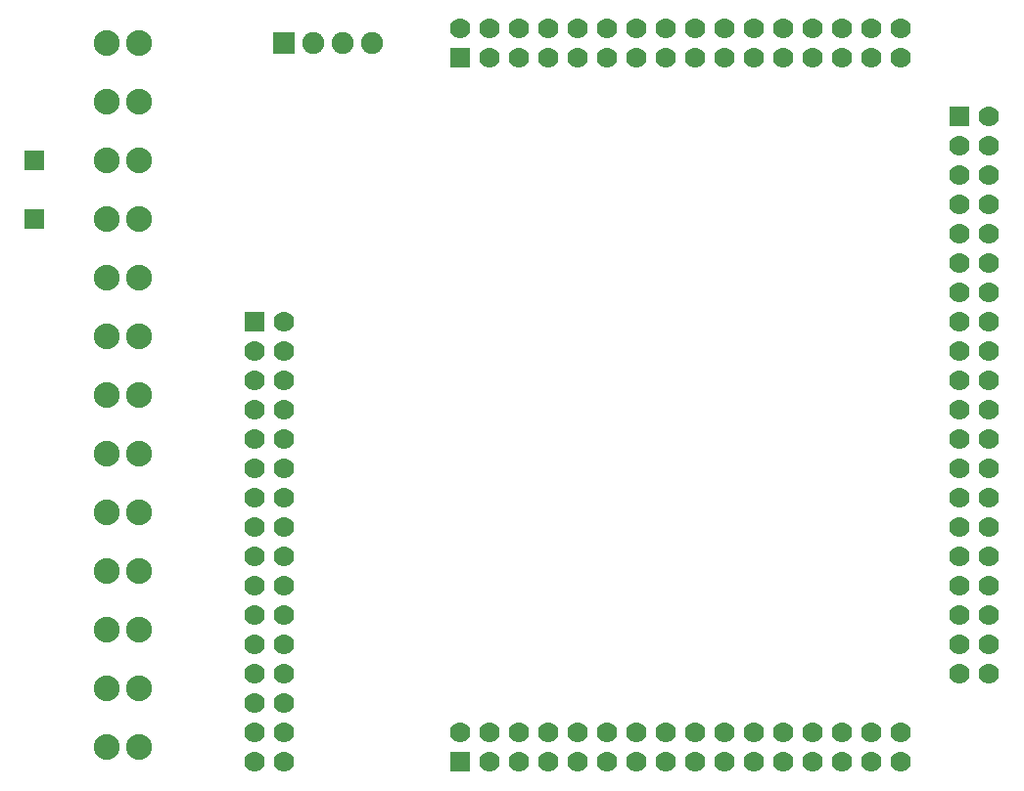
<source format=gbs>
G04 Layer: BottomSolderMaskLayer*
G04 EasyEDA v5.9.42, Mon, 25 Mar 2019 10:54:48 GMT*
G04 db78ead42679477a8d63b60b64d7050d*
G04 Gerber Generator version 0.2*
G04 Scale: 100 percent, Rotated: No, Reflected: No *
G04 Dimensions in inches *
G04 leading zeros omitted , absolute positions ,2 integer and 4 decimal *
%FSLAX24Y24*%
%MOIN*%
G90*
G70D02*

%ADD21R,0.070000X0.070000*%
%ADD22R,0.074929X0.074929*%
%ADD23C,0.074929*%
%ADD24C,0.088000*%
%ADD25C,0.070000*%

%LPD*%
G54D21*
G01X5000Y23100D03*
G01X5000Y21100D03*
G54D22*
G01X13500Y27100D03*
G54D23*
G01X14500Y27100D03*
G01X15500Y27100D03*
G01X16500Y27100D03*
G54D24*
G01X7450Y27100D03*
G01X8550Y27100D03*
G01X7450Y25100D03*
G01X8550Y25100D03*
G01X7450Y23100D03*
G01X8550Y23100D03*
G01X7450Y21100D03*
G01X8550Y21100D03*
G01X7450Y19100D03*
G01X8550Y19100D03*
G01X7450Y17100D03*
G01X8550Y17100D03*
G01X7450Y15100D03*
G01X8550Y15100D03*
G01X7450Y13100D03*
G01X8550Y13100D03*
G01X7450Y11100D03*
G01X8550Y11100D03*
G01X7450Y9100D03*
G01X8550Y9100D03*
G01X7450Y7100D03*
G01X8550Y7100D03*
G01X7450Y5100D03*
G01X8550Y5100D03*
G01X7450Y3100D03*
G01X8550Y3100D03*
G54D21*
G01X36500Y24600D03*
G54D25*
G01X37500Y24600D03*
G01X36500Y23600D03*
G01X37500Y23600D03*
G01X36500Y22600D03*
G01X37500Y22600D03*
G01X36500Y21600D03*
G01X37500Y21600D03*
G01X36500Y20600D03*
G01X37500Y20600D03*
G01X36500Y19600D03*
G01X37500Y19600D03*
G01X36500Y18600D03*
G01X37500Y18600D03*
G01X36500Y17600D03*
G01X37500Y17600D03*
G01X36500Y16600D03*
G01X37500Y16600D03*
G01X36500Y15600D03*
G01X37500Y15600D03*
G01X36500Y14600D03*
G01X37500Y14600D03*
G01X36500Y13600D03*
G01X37500Y13600D03*
G01X36500Y12600D03*
G01X37500Y12600D03*
G01X36500Y11600D03*
G01X37500Y11600D03*
G01X36500Y10600D03*
G01X37500Y10600D03*
G01X36500Y9600D03*
G01X37500Y9600D03*
G01X36500Y8600D03*
G01X37500Y8600D03*
G01X36500Y7600D03*
G01X37500Y7600D03*
G01X36500Y6600D03*
G01X37500Y6600D03*
G01X36500Y5600D03*
G01X37500Y5600D03*
G54D21*
G01X19500Y2600D03*
G54D25*
G01X19500Y3600D03*
G01X20500Y2600D03*
G01X20500Y3600D03*
G01X21500Y2600D03*
G01X21500Y3600D03*
G01X22500Y2600D03*
G01X22500Y3600D03*
G01X23500Y2600D03*
G01X23500Y3600D03*
G01X24500Y2600D03*
G01X24500Y3600D03*
G01X25500Y2600D03*
G01X25500Y3600D03*
G01X26500Y2600D03*
G01X26500Y3600D03*
G01X27500Y2600D03*
G01X27500Y3600D03*
G01X28500Y2600D03*
G01X28500Y3600D03*
G01X29500Y2600D03*
G01X29500Y3600D03*
G01X30500Y2600D03*
G01X30500Y3600D03*
G01X31500Y2600D03*
G01X31500Y3600D03*
G01X32500Y2600D03*
G01X32500Y3600D03*
G01X33500Y2600D03*
G01X33500Y3600D03*
G01X34500Y2600D03*
G01X34500Y3600D03*
G54D21*
G01X19500Y26600D03*
G54D25*
G01X19500Y27600D03*
G01X20500Y26600D03*
G01X20500Y27600D03*
G01X21500Y26600D03*
G01X21500Y27600D03*
G01X22500Y26600D03*
G01X22500Y27600D03*
G01X23500Y26600D03*
G01X23500Y27600D03*
G01X24500Y26600D03*
G01X24500Y27600D03*
G01X25500Y26600D03*
G01X25500Y27600D03*
G01X26500Y26600D03*
G01X26500Y27600D03*
G01X27500Y26600D03*
G01X27500Y27600D03*
G01X28500Y26600D03*
G01X28500Y27600D03*
G01X29500Y26600D03*
G01X29500Y27600D03*
G01X30500Y26600D03*
G01X30500Y27600D03*
G01X31500Y26600D03*
G01X31500Y27600D03*
G01X32500Y26600D03*
G01X32500Y27600D03*
G01X33500Y26600D03*
G01X33500Y27600D03*
G01X34500Y26600D03*
G01X34500Y27600D03*
G54D21*
G01X12500Y17600D03*
G54D25*
G01X13500Y17600D03*
G01X12500Y16600D03*
G01X13500Y16600D03*
G01X12500Y15600D03*
G01X13500Y15600D03*
G01X12500Y14600D03*
G01X13500Y14600D03*
G01X12500Y13600D03*
G01X13500Y13600D03*
G01X12500Y12600D03*
G01X13500Y12600D03*
G01X12500Y11600D03*
G01X13500Y11600D03*
G01X12500Y10600D03*
G01X13500Y10600D03*
G01X12500Y9600D03*
G01X13500Y9600D03*
G01X12500Y8600D03*
G01X13500Y8600D03*
G01X12500Y7600D03*
G01X13500Y7600D03*
G01X12500Y6600D03*
G01X13500Y6600D03*
G01X12500Y5600D03*
G01X13500Y5600D03*
G01X12500Y4600D03*
G01X13500Y4600D03*
G01X12500Y3600D03*
G01X13500Y3600D03*
G01X12500Y2600D03*
G01X13500Y2600D03*
M00*
M02*

</source>
